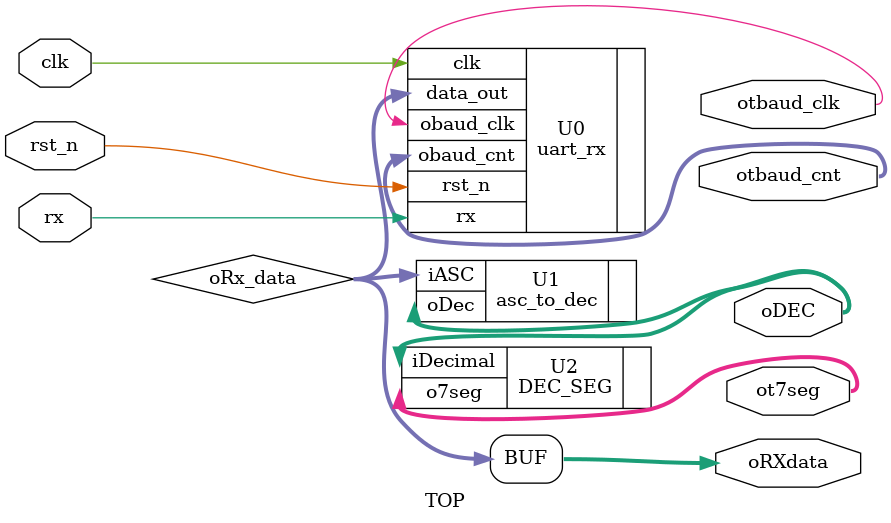
<source format=v>
`timescale 1ns / 1ps
module TOP(
    input clk,
    input rst_n,
    input rx,
	 output [3:0] oDEC,
	 output [7:0] oRXdata,
	 output [7:0] ot7seg,
	 output otbaud_clk,
	 output [12:0]otbaud_cnt
);
wire [7:0] oRx_data;
assign oRXdata = oRx_data;
uart_rx U0(
	.clk(clk),
	.rst_n(rst_n),
	.rx(rx),
	.data_out(oRx_data),
	.obaud_clk(otbaud_clk),
	.obaud_cnt(otbaud_cnt)
    );
asc_to_dec U1(
	.iASC(oRx_data),
	.oDec(oDEC)
);
DEC_SEG U2(
	.iDecimal(oDEC),
	.o7seg(ot7seg)
);
endmodule
</source>
